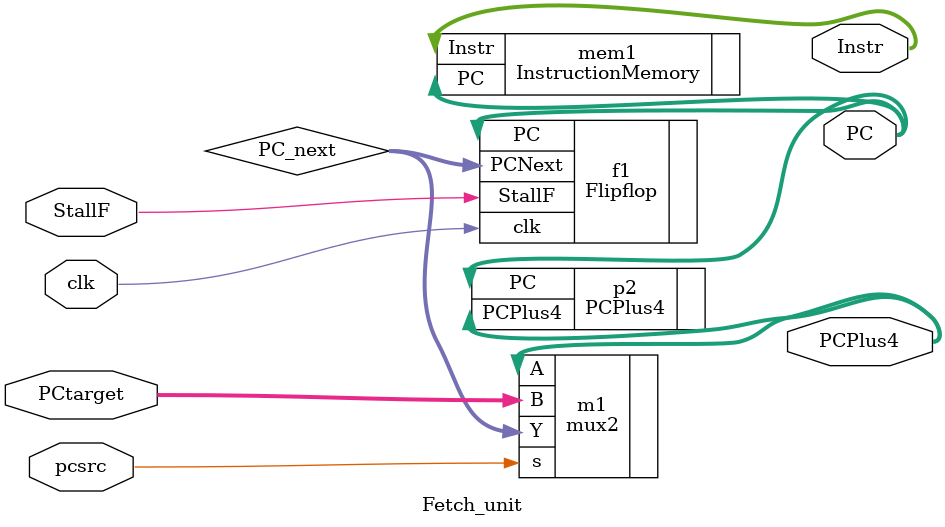
<source format=v>
/* Author: Mohamed Haytham */

`timescale 1ns / 1ps

module Fetch_unit(
    input clk,pcsrc,StallF,
    input [31:0]PCtarget,
    output [31:0]Instr,PC,PCPlus4
    );
    wire [31:0]PC_next;
    
    mux2 m1(.A(PCPlus4),.B(PCtarget),.s(pcsrc),.Y(PC_next));
    
    Flipflop f1(.clk(clk),.StallF(StallF),.PCNext(PC_next), .PC(PC) );
    
    InstructionMemory mem1(.PC(PC), .Instr(Instr) );
    
    PCPlus4 p2(.PC(PC),.PCPlus4(PCPlus4));
    
endmodule 
</source>
